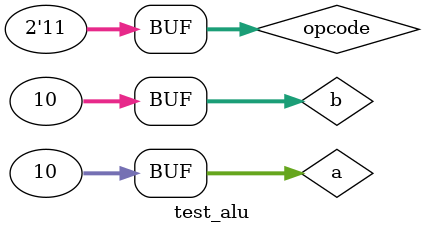
<source format=sv>
module test_alu;
	
	localparam N = 32;
	logic [N-1:0] result;
	logic [1:0] opcode;
	logic [N-1:0] a;
	logic [N-1:0] b;
	logic [3:0] ALUFlags;
	
	alu #(.N(N)) alu_unit (
		.opcode_i(opcode),
		.a_i(a),
		.b_i(b),
		.result_o(result),
		.ALUFlags(ALUFlags)
	);
	
	initial begin
		// Incialización de variables
		opcode = 2'b00;
		a = 32'd1;
		b = 32'd10;
		#10;
		opcode = 2'b01;
		a = 32'd10;
		#10;
		opcode = 2'b10;
		#10;
		opcode = 2'b11;
		#10;
	end
endmodule
</source>
